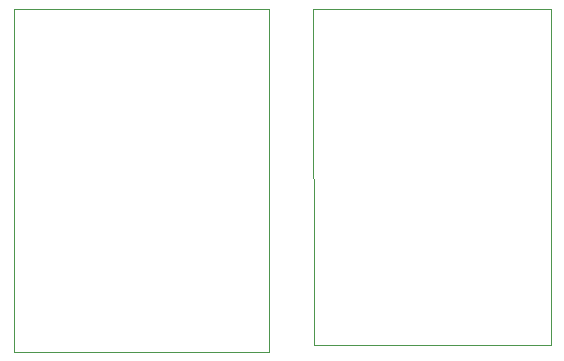
<source format=gbr>
%TF.GenerationSoftware,KiCad,Pcbnew,(5.1.7)-1*%
%TF.CreationDate,2021-06-20T23:27:28+01:00*%
%TF.ProjectId,RcDev,52634465-762e-46b6-9963-61645f706362,rev?*%
%TF.SameCoordinates,Original*%
%TF.FileFunction,Profile,NP*%
%FSLAX46Y46*%
G04 Gerber Fmt 4.6, Leading zero omitted, Abs format (unit mm)*
G04 Created by KiCad (PCBNEW (5.1.7)-1) date 2021-06-20 23:27:28*
%MOMM*%
%LPD*%
G01*
G04 APERTURE LIST*
%TA.AperFunction,Profile*%
%ADD10C,0.050000*%
%TD*%
G04 APERTURE END LIST*
D10*
X131038600Y-50292000D02*
X151130000Y-50292000D01*
X105689400Y-50266600D02*
X105664000Y-79349600D01*
X127254000Y-50292000D02*
X105689400Y-50266600D01*
X127279400Y-79349600D02*
X127254000Y-50292000D01*
X105664000Y-79349600D02*
X127279400Y-79349600D01*
X131064000Y-78765400D02*
X131038600Y-50292000D01*
X151130000Y-78740000D02*
X131064000Y-78765400D01*
X151130000Y-50292000D02*
X151130000Y-78740000D01*
M02*

</source>
